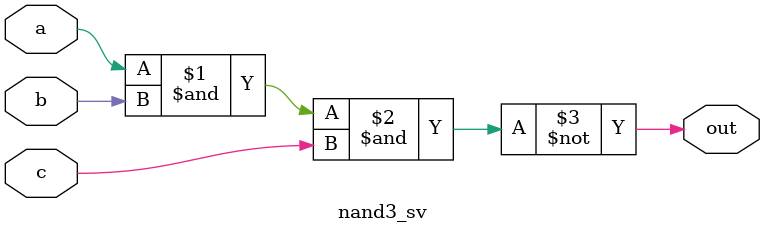
<source format=sv>
module nand3_sv(input logic a, b, c, output logic out);
  assign out = ~(a & b & c);
endmodule

</source>
